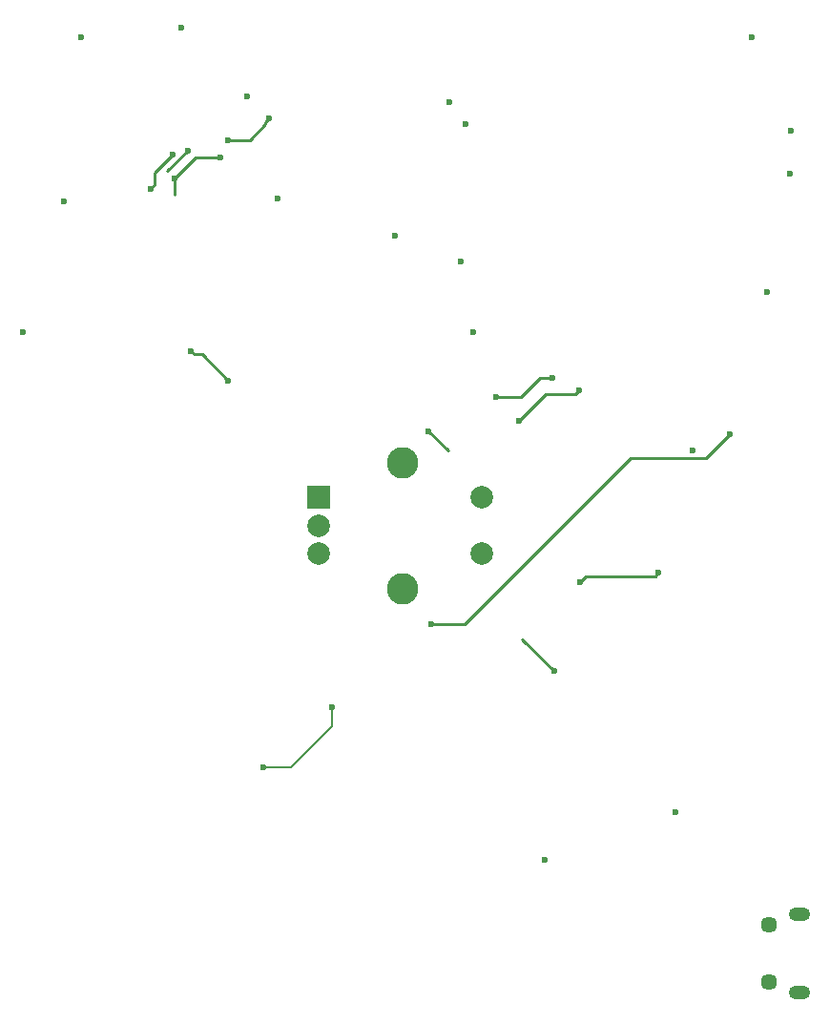
<source format=gbr>
G04 #@! TF.GenerationSoftware,KiCad,Pcbnew,(5.1.4)-1*
G04 #@! TF.CreationDate,2020-06-27T18:01:36-05:00*
G04 #@! TF.ProjectId,8266-dev,38323636-2d64-4657-962e-6b696361645f,rev?*
G04 #@! TF.SameCoordinates,Original*
G04 #@! TF.FileFunction,Copper,L1,Top*
G04 #@! TF.FilePolarity,Positive*
%FSLAX46Y46*%
G04 Gerber Fmt 4.6, Leading zero omitted, Abs format (unit mm)*
G04 Created by KiCad (PCBNEW (5.1.4)-1) date 2020-06-27 18:01:36*
%MOMM*%
%LPD*%
G04 APERTURE LIST*
%ADD10R,2.000000X2.000000*%
%ADD11C,2.000000*%
%ADD12C,2.800000*%
%ADD13C,1.450000*%
%ADD14O,1.900000X1.200000*%
%ADD15C,0.600000*%
%ADD16C,0.250000*%
%ADD17C,0.200000*%
G04 APERTURE END LIST*
D10*
X126300000Y-90600000D03*
D11*
X126300000Y-93100000D03*
X126300000Y-95600000D03*
D12*
X133800000Y-87500000D03*
X133800000Y-98700000D03*
D11*
X140800000Y-90600000D03*
X140800000Y-95600000D03*
D13*
X166319500Y-128542600D03*
X166319500Y-133542600D03*
D14*
X169019500Y-127542600D03*
X169019500Y-134542600D03*
D15*
X164800000Y-49800000D03*
X103700000Y-64300000D03*
X114100000Y-48900000D03*
X120000000Y-55000000D03*
X105200000Y-49800000D03*
X133100000Y-67400000D03*
X138900000Y-69700000D03*
X166100000Y-72400000D03*
X136100000Y-84700000D03*
X159500000Y-86400000D03*
X136300000Y-101800000D03*
X162800000Y-85000002D03*
X139400000Y-57500000D03*
X137900000Y-55500000D03*
X168229480Y-58078020D03*
X168171060Y-61905800D03*
X146350000Y-122750000D03*
X157997361Y-118502639D03*
X122700000Y-64100000D03*
X117600000Y-60400000D03*
X113500000Y-62300000D03*
X100100000Y-75900000D03*
X114700000Y-59800000D03*
X147100000Y-80000000D03*
X147200000Y-106000000D03*
X142100000Y-81700000D03*
X149400000Y-81100000D03*
X118300000Y-80200000D03*
X115000000Y-77600000D03*
X113408058Y-60208058D03*
X111400000Y-63200000D03*
X144100000Y-83800000D03*
X156500000Y-97300000D03*
X149500000Y-98100000D03*
X127500000Y-109200000D03*
X121400000Y-114500000D03*
X140000000Y-75900000D03*
X121900000Y-57000000D03*
X118300000Y-58900000D03*
D16*
X136100000Y-84700000D02*
X137800000Y-86400000D01*
X136300000Y-101800000D02*
X139300000Y-101800000D01*
X162500001Y-85300001D02*
X162800000Y-85000002D01*
X160700003Y-87099999D02*
X162500001Y-85300001D01*
X139300000Y-101800000D02*
X154000001Y-87099999D01*
X154000001Y-87099999D02*
X160700003Y-87099999D01*
X115400000Y-60400000D02*
X113500000Y-62300000D01*
X117600000Y-60400000D02*
X115400000Y-60400000D01*
X113500000Y-62300000D02*
X113500000Y-63700000D01*
X112874999Y-61625001D02*
X114700000Y-59800000D01*
X142100000Y-81700000D02*
X144300000Y-81700000D01*
X146000000Y-80000000D02*
X147100000Y-80000000D01*
X144300000Y-81700000D02*
X146000000Y-80000000D01*
X147200000Y-106000000D02*
X144400000Y-103200000D01*
X144100000Y-83800000D02*
X146500000Y-81400000D01*
X149100000Y-81400000D02*
X149400000Y-81100000D01*
X146500000Y-81400000D02*
X149100000Y-81400000D01*
X118300000Y-80200000D02*
X116000000Y-77900000D01*
X115300000Y-77900000D02*
X115000000Y-77600000D01*
X116000000Y-77900000D02*
X115300000Y-77900000D01*
X113408058Y-60208058D02*
X111800000Y-61816116D01*
X111800000Y-62800000D02*
X111400000Y-63200000D01*
X111800000Y-61816116D02*
X111800000Y-62800000D01*
X156500000Y-97300000D02*
X156200000Y-97600000D01*
X150000000Y-97600000D02*
X149500000Y-98100000D01*
X156200000Y-97600000D02*
X150000000Y-97600000D01*
D17*
X127500000Y-109200000D02*
X127500000Y-110900000D01*
X123900000Y-114500000D02*
X121400000Y-114500000D01*
X127500000Y-110900000D02*
X123900000Y-114500000D01*
D16*
X121600001Y-57299999D02*
X121600001Y-57499999D01*
X121900000Y-57000000D02*
X121600001Y-57299999D01*
X120200000Y-58900000D02*
X118300000Y-58900000D01*
X121600001Y-57499999D02*
X120200000Y-58900000D01*
M02*

</source>
